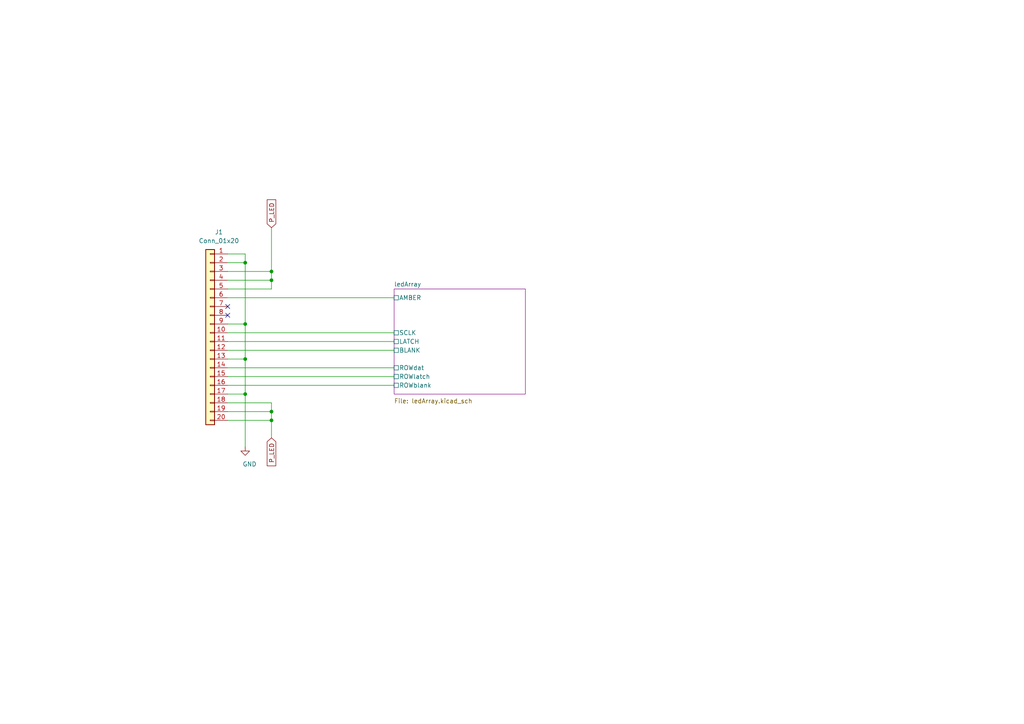
<source format=kicad_sch>
(kicad_sch (version 20200608) (host eeschema "5.99.0-unknown-e164269~101~ubuntu20.04.1")
  (page 1 19)
  (paper "A4")
  (lib_symbols
    (symbol "Connector_Generic:Conn_01x20" (pin_names hide)
      (property "Reference" "J" (at 0 25.4 0))
      (property "Value" "Conn_01x20" (at 0 -27.94 0))
      (symbol "Conn_01x20_1_1"
        (rectangle (start -1.27 -4.953) (end 0 -5.207) (stroke (width 0.1524)))
        (rectangle (start -1.27 -7.493) (end 0 -7.747) (stroke (width 0.1524)))
        (rectangle (start -1.27 -10.033) (end 0 -10.287) (stroke (width 0.1524)))
        (rectangle (start -1.27 -12.573) (end 0 -12.827) (stroke (width 0.1524)))
        (rectangle (start -1.27 -15.113) (end 0 -15.367) (stroke (width 0.1524)))
        (rectangle (start -1.27 -17.653) (end 0 -17.907) (stroke (width 0.1524)))
        (rectangle (start -1.27 -20.193) (end 0 -20.447) (stroke (width 0.1524)))
        (rectangle (start -1.27 -22.733) (end 0 -22.987) (stroke (width 0.1524)))
        (rectangle (start -1.27 -2.413) (end 0 -2.667) (stroke (width 0.1524)))
        (rectangle (start -1.27 -25.273) (end 0 -25.527) (stroke (width 0.1524)))
        (rectangle (start -1.27 2.667) (end 0 2.413) (stroke (width 0.1524)))
        (rectangle (start -1.27 5.207) (end 0 4.953) (stroke (width 0.1524)))
        (rectangle (start -1.27 7.747) (end 0 7.493) (stroke (width 0.1524)))
        (rectangle (start -1.27 10.287) (end 0 10.033) (stroke (width 0.1524)))
        (rectangle (start -1.27 0.127) (end 0 -0.127) (stroke (width 0.1524)))
        (rectangle (start -1.27 12.827) (end 0 12.573) (stroke (width 0.1524)))
        (rectangle (start -1.27 15.367) (end 0 15.113) (stroke (width 0.1524)))
        (rectangle (start -1.27 17.907) (end 0 17.653) (stroke (width 0.1524)))
        (rectangle (start -1.27 20.447) (end 0 20.193) (stroke (width 0.1524)))
        (rectangle (start -1.27 22.987) (end 0 22.733) (stroke (width 0.1524)))
        (rectangle (start -1.27 24.13) (end 1.27 -26.67) (stroke (width 0.254)) (fill (type background)))
        (pin passive line (at -5.08 22.86 0) (length 3.81) (name "Pin_1") (number "1"))
        (pin passive line (at -5.08 0 0) (length 3.81) (name "Pin_10") (number "10"))
        (pin passive line (at -5.08 -2.54 0) (length 3.81) (name "Pin_11") (number "11"))
        (pin passive line (at -5.08 -5.08 0) (length 3.81) (name "Pin_12") (number "12"))
        (pin passive line (at -5.08 -7.62 0) (length 3.81) (name "Pin_13") (number "13"))
        (pin passive line (at -5.08 -10.16 0) (length 3.81) (name "Pin_14") (number "14"))
        (pin passive line (at -5.08 -12.7 0) (length 3.81) (name "Pin_15") (number "15"))
        (pin passive line (at -5.08 -15.24 0) (length 3.81) (name "Pin_16") (number "16"))
        (pin passive line (at -5.08 -17.78 0) (length 3.81) (name "Pin_17") (number "17"))
        (pin passive line (at -5.08 -20.32 0) (length 3.81) (name "Pin_18") (number "18"))
        (pin passive line (at -5.08 -22.86 0) (length 3.81) (name "Pin_19") (number "19"))
        (pin passive line (at -5.08 20.32 0) (length 3.81) (name "Pin_2") (number "2"))
        (pin passive line (at -5.08 -25.4 0) (length 3.81) (name "Pin_20") (number "20"))
        (pin passive line (at -5.08 17.78 0) (length 3.81) (name "Pin_3") (number "3"))
        (pin passive line (at -5.08 15.24 0) (length 3.81) (name "Pin_4") (number "4"))
        (pin passive line (at -5.08 12.7 0) (length 3.81) (name "Pin_5") (number "5"))
        (pin passive line (at -5.08 10.16 0) (length 3.81) (name "Pin_6") (number "6"))
        (pin passive line (at -5.08 7.62 0) (length 3.81) (name "Pin_7") (number "7"))
        (pin passive line (at -5.08 5.08 0) (length 3.81) (name "Pin_8") (number "8"))
        (pin passive line (at -5.08 2.54 0) (length 3.81) (name "Pin_9") (number "9"))
      )
    )
    (symbol "power:GND" (power) (pin_names (offset 0))
      (property "Value" "GND" (at 0 -3.81 0))
      (symbol "GND_0_1"
        (polyline (pts (xy 0 0) (xy 0 -1.27) (xy 1.27 -1.27) (xy 0 -2.54) (xy -1.27 -1.27) (xy 0 -1.27)))
      )
      (symbol "GND_1_1"
        (pin power_in line (at 0 0 270) (length 0) hide (name "GND") (number "1"))
      )
    )
  )
  (junction (at 71.12 76.2))
  (junction (at 71.12 93.98))
  (junction (at 71.12 104.14))
  (junction (at 71.12 114.3))
  (junction (at 78.74 78.74))
  (junction (at 78.74 81.28))
  (junction (at 78.74 119.38))
  (junction (at 78.74 121.92))
  (no_connect (at 66.04 91.44))
  (no_connect (at 66.04 88.9))
  (wire (pts (xy 66.04 76.2) (xy 71.12 76.2)))
  (wire (pts (xy 66.04 78.74) (xy 78.74 78.74)))
  (wire (pts (xy 66.04 81.28) (xy 78.74 81.28)))
  (wire (pts (xy 66.04 86.36) (xy 114.3 86.36)))
  (wire (pts (xy 66.04 93.98) (xy 71.12 93.98)))
  (wire (pts (xy 66.04 96.52) (xy 114.3 96.52)))
  (wire (pts (xy 66.04 99.06) (xy 114.3 99.06)))
  (wire (pts (xy 66.04 101.6) (xy 114.3 101.6)))
  (wire (pts (xy 66.04 104.14) (xy 71.12 104.14)))
  (wire (pts (xy 66.04 106.68) (xy 114.3 106.68)))
  (wire (pts (xy 66.04 109.22) (xy 114.3 109.22)))
  (wire (pts (xy 66.04 111.76) (xy 114.3 111.76)))
  (wire (pts (xy 66.04 114.3) (xy 71.12 114.3)))
  (wire (pts (xy 66.04 119.38) (xy 78.74 119.38)))
  (wire (pts (xy 66.04 121.92) (xy 78.74 121.92)))
  (wire (pts (xy 71.12 73.66) (xy 66.04 73.66)))
  (wire (pts (xy 71.12 76.2) (xy 71.12 73.66)))
  (wire (pts (xy 71.12 93.98) (xy 71.12 76.2)))
  (wire (pts (xy 71.12 104.14) (xy 71.12 93.98)))
  (wire (pts (xy 71.12 114.3) (xy 71.12 104.14)))
  (wire (pts (xy 71.12 129.54) (xy 71.12 114.3)))
  (wire (pts (xy 78.74 66.04) (xy 78.74 78.74)))
  (wire (pts (xy 78.74 78.74) (xy 78.74 81.28)))
  (wire (pts (xy 78.74 81.28) (xy 78.74 83.82)))
  (wire (pts (xy 78.74 83.82) (xy 66.04 83.82)))
  (wire (pts (xy 78.74 116.84) (xy 66.04 116.84)))
  (wire (pts (xy 78.74 119.38) (xy 78.74 116.84)))
  (wire (pts (xy 78.74 121.92) (xy 78.74 119.38)))
  (wire (pts (xy 78.74 127) (xy 78.74 121.92)))
  (global_label "P_LED" (shape input) (at 78.74 66.04 90))
  (global_label "P_LED" (shape input) (at 78.74 127 270))
  (symbol (lib_id "power:GND") (at 71.12 129.54 0) (unit 1)
    (property "Reference" "#PWR01" (effects hide))
    (property "Value" "GND" (at 72.39 134.62 0))
  )
  (symbol (lib_id "Connector_Generic:Conn_01x20") (at 60.96 96.52 0) (mirror y) (unit 1)
    (property "Reference" "J1" (at 63.5 67.31 0))
    (property "Value" "Conn_01x20" (at 63.5 69.85 0))
    (property "Footprint" "Connector_PinHeader_2.54mm:PinHeader_1x20_P2.54mm_Vertical" (effects hide))
  )
  (sheet (at 114.3 83.82) (size 38.1 30.48) (stroke (width 0.001) (color 132 0 132 1)) (fill (color 255 255 255 0.0000))
    (property "Sheet name" "ledArray" (at 114.3 83.1841 0) (effects (justify left bottom)))
    (property "Sheet file" "ledArray.kicad_sch" (at 114.3 115.57 0) (effects (justify left top)))
    (pin "AMBER" passive (at 114.3 86.36 180))
    (pin "SCLK" passive (at 114.3 96.52 180))
    (pin "LATCH" passive (at 114.3 99.06 180))
    (pin "BLANK" passive (at 114.3 101.6 180))
    (pin "ROWdat" passive (at 114.3 106.68 180))
    (pin "ROWlatch" passive (at 114.3 109.22 180))
    (pin "ROWblank" passive (at 114.3 111.76 180))
  )
)
</source>
